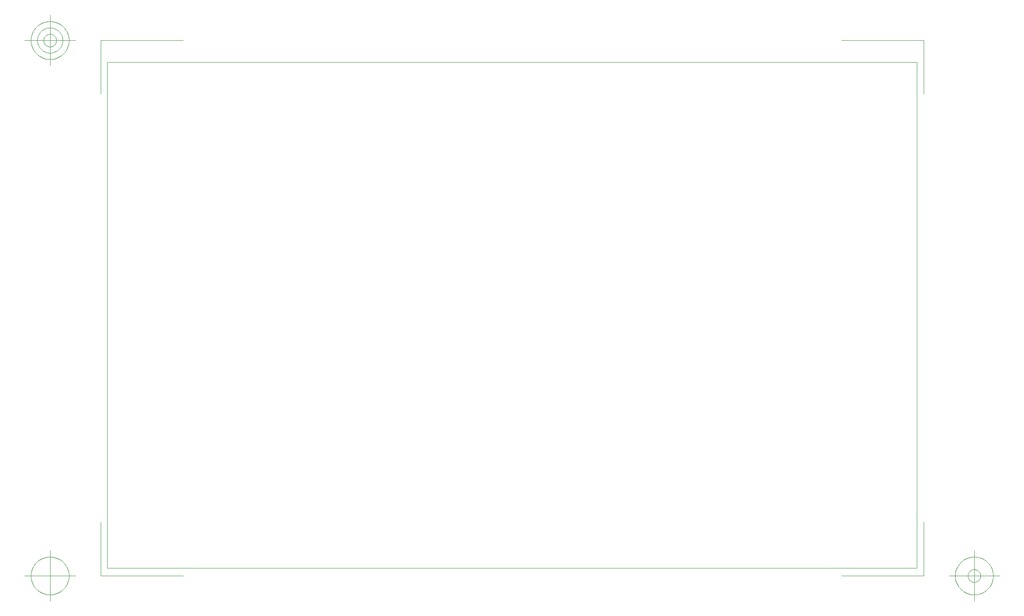
<source format=gbr>
G04 Generated by Ultiboard 10.0 *
%FSLAX25Y25*%
%MOIN*%

%ADD23C,0.00004*%
%ADD22C,0.00394*%


G04 ColorRGB 00FFFF for the following layer *
%LNLeiterplattenumriss*%
%LPD*%
%FSLAX25Y25*%
%MOIN*%
G54D23*
X0Y0D02*
X629921Y0D01*
X629921Y0D02*
X629921Y393701D01*
X629921Y393701D02*
X0Y393701D01*
X0Y393701D02*
X0Y0D01*
G54D22*
X-5000Y-6000D02*
X-5000Y35666D01*
X-5000Y-6000D02*
X59000Y-6000D01*
X635000Y-6000D02*
X571000Y-6000D01*
X635000Y-6000D02*
X635000Y35666D01*
X635000Y410656D02*
X635000Y368991D01*
X635000Y410656D02*
X571000Y410656D01*
X-5000Y410656D02*
X59000Y410656D01*
X-5000Y410656D02*
X-5000Y368991D01*
X-24685Y-6000D02*
X-64055Y-6000D01*
X-44370Y-25685D02*
X-44370Y13685D01*
X-29606Y-6000D02*
X-29677Y-4553D01*
X-29677Y-4553D02*
X-29890Y-3120D01*
X-29890Y-3120D02*
X-30242Y-1714D01*
X-30242Y-1714D02*
X-30730Y-350D01*
X-30730Y-350D02*
X-31350Y960D01*
X-31350Y960D02*
X-32094Y2202D01*
X-32094Y2202D02*
X-32958Y3366D01*
X-32958Y3366D02*
X-33931Y4440D01*
X-33931Y4440D02*
X-35004Y5413D01*
X-35004Y5413D02*
X-36168Y6276D01*
X-36168Y6276D02*
X-37410Y7020D01*
X-37410Y7020D02*
X-38720Y7640D01*
X-38720Y7640D02*
X-40084Y8128D01*
X-40084Y8128D02*
X-41490Y8480D01*
X-41490Y8480D02*
X-42923Y8693D01*
X-42923Y8693D02*
X-44370Y8764D01*
X-44370Y8764D02*
X-45817Y8693D01*
X-45817Y8693D02*
X-47250Y8480D01*
X-47250Y8480D02*
X-48656Y8128D01*
X-48656Y8128D02*
X-50020Y7640D01*
X-50020Y7640D02*
X-51330Y7020D01*
X-51330Y7020D02*
X-52572Y6276D01*
X-52572Y6276D02*
X-53736Y5413D01*
X-53736Y5413D02*
X-54810Y4440D01*
X-54810Y4440D02*
X-55783Y3366D01*
X-55783Y3366D02*
X-56646Y2202D01*
X-56646Y2202D02*
X-57391Y960D01*
X-57391Y960D02*
X-58010Y-350D01*
X-58010Y-350D02*
X-58498Y-1714D01*
X-58498Y-1714D02*
X-58850Y-3120D01*
X-58850Y-3120D02*
X-59063Y-4553D01*
X-59063Y-4553D02*
X-59134Y-6000D01*
X-59134Y-6000D02*
X-59063Y-7447D01*
X-59063Y-7447D02*
X-58850Y-8880D01*
X-58850Y-8880D02*
X-58498Y-10286D01*
X-58498Y-10286D02*
X-58010Y-11650D01*
X-58010Y-11650D02*
X-57391Y-12960D01*
X-57391Y-12960D02*
X-56646Y-14202D01*
X-56646Y-14202D02*
X-55783Y-15366D01*
X-55783Y-15366D02*
X-54810Y-16440D01*
X-54810Y-16440D02*
X-53736Y-17413D01*
X-53736Y-17413D02*
X-52572Y-18276D01*
X-52572Y-18276D02*
X-51330Y-19020D01*
X-51330Y-19020D02*
X-50020Y-19640D01*
X-50020Y-19640D02*
X-48656Y-20128D01*
X-48656Y-20128D02*
X-47250Y-20480D01*
X-47250Y-20480D02*
X-45817Y-20693D01*
X-45817Y-20693D02*
X-44370Y-20764D01*
X-44370Y-20764D02*
X-42923Y-20693D01*
X-42923Y-20693D02*
X-41490Y-20480D01*
X-41490Y-20480D02*
X-40084Y-20128D01*
X-40084Y-20128D02*
X-38720Y-19640D01*
X-38720Y-19640D02*
X-37410Y-19020D01*
X-37410Y-19020D02*
X-36168Y-18276D01*
X-36168Y-18276D02*
X-35004Y-17413D01*
X-35004Y-17413D02*
X-33931Y-16440D01*
X-33931Y-16440D02*
X-32958Y-15366D01*
X-32958Y-15366D02*
X-32094Y-14202D01*
X-32094Y-14202D02*
X-31350Y-12960D01*
X-31350Y-12960D02*
X-30730Y-11650D01*
X-30730Y-11650D02*
X-30242Y-10286D01*
X-30242Y-10286D02*
X-29890Y-8880D01*
X-29890Y-8880D02*
X-29677Y-7447D01*
X-29677Y-7447D02*
X-29606Y-6000D01*
X654685Y-6000D02*
X694055Y-6000D01*
X674370Y-25685D02*
X674370Y13685D01*
X689134Y-6000D02*
X689063Y-4553D01*
X689063Y-4553D02*
X688850Y-3120D01*
X688850Y-3120D02*
X688498Y-1714D01*
X688498Y-1714D02*
X688010Y-350D01*
X688010Y-350D02*
X687391Y960D01*
X687391Y960D02*
X686646Y2202D01*
X686646Y2202D02*
X685783Y3366D01*
X685783Y3366D02*
X684810Y4440D01*
X684810Y4440D02*
X683736Y5413D01*
X683736Y5413D02*
X682572Y6276D01*
X682572Y6276D02*
X681330Y7020D01*
X681330Y7020D02*
X680020Y7640D01*
X680020Y7640D02*
X678656Y8128D01*
X678656Y8128D02*
X677250Y8480D01*
X677250Y8480D02*
X675817Y8693D01*
X675817Y8693D02*
X674370Y8764D01*
X674370Y8764D02*
X672923Y8693D01*
X672923Y8693D02*
X671490Y8480D01*
X671490Y8480D02*
X670084Y8128D01*
X670084Y8128D02*
X668720Y7640D01*
X668720Y7640D02*
X667410Y7020D01*
X667410Y7020D02*
X666168Y6276D01*
X666168Y6276D02*
X665004Y5413D01*
X665004Y5413D02*
X663931Y4440D01*
X663931Y4440D02*
X662958Y3366D01*
X662958Y3366D02*
X662094Y2202D01*
X662094Y2202D02*
X661350Y960D01*
X661350Y960D02*
X660730Y-350D01*
X660730Y-350D02*
X660242Y-1714D01*
X660242Y-1714D02*
X659890Y-3120D01*
X659890Y-3120D02*
X659677Y-4553D01*
X659677Y-4553D02*
X659606Y-6000D01*
X659606Y-6000D02*
X659677Y-7447D01*
X659677Y-7447D02*
X659890Y-8880D01*
X659890Y-8880D02*
X660242Y-10286D01*
X660242Y-10286D02*
X660730Y-11650D01*
X660730Y-11650D02*
X661350Y-12960D01*
X661350Y-12960D02*
X662094Y-14202D01*
X662094Y-14202D02*
X662958Y-15366D01*
X662958Y-15366D02*
X663931Y-16440D01*
X663931Y-16440D02*
X665004Y-17413D01*
X665004Y-17413D02*
X666168Y-18276D01*
X666168Y-18276D02*
X667410Y-19020D01*
X667410Y-19020D02*
X668720Y-19640D01*
X668720Y-19640D02*
X670084Y-20128D01*
X670084Y-20128D02*
X671490Y-20480D01*
X671490Y-20480D02*
X672923Y-20693D01*
X672923Y-20693D02*
X674370Y-20764D01*
X674370Y-20764D02*
X675817Y-20693D01*
X675817Y-20693D02*
X677250Y-20480D01*
X677250Y-20480D02*
X678656Y-20128D01*
X678656Y-20128D02*
X680020Y-19640D01*
X680020Y-19640D02*
X681330Y-19020D01*
X681330Y-19020D02*
X682572Y-18276D01*
X682572Y-18276D02*
X683736Y-17413D01*
X683736Y-17413D02*
X684810Y-16440D01*
X684810Y-16440D02*
X685783Y-15366D01*
X685783Y-15366D02*
X686646Y-14202D01*
X686646Y-14202D02*
X687391Y-12960D01*
X687391Y-12960D02*
X688010Y-11650D01*
X688010Y-11650D02*
X688498Y-10286D01*
X688498Y-10286D02*
X688850Y-8880D01*
X688850Y-8880D02*
X689063Y-7447D01*
X689063Y-7447D02*
X689134Y-6000D01*
X679291Y-6000D02*
X679268Y-5518D01*
X679268Y-5518D02*
X679197Y-5040D01*
X679197Y-5040D02*
X679079Y-4571D01*
X679079Y-4571D02*
X678917Y-4117D01*
X678917Y-4117D02*
X678710Y-3680D01*
X678710Y-3680D02*
X678462Y-3266D01*
X678462Y-3266D02*
X678174Y-2878D01*
X678174Y-2878D02*
X677850Y-2520D01*
X677850Y-2520D02*
X677492Y-2196D01*
X677492Y-2196D02*
X677104Y-1908D01*
X677104Y-1908D02*
X676690Y-1660D01*
X676690Y-1660D02*
X676253Y-1453D01*
X676253Y-1453D02*
X675799Y-1291D01*
X675799Y-1291D02*
X675330Y-1173D01*
X675330Y-1173D02*
X674852Y-1102D01*
X674852Y-1102D02*
X674370Y-1079D01*
X674370Y-1079D02*
X673888Y-1102D01*
X673888Y-1102D02*
X673410Y-1173D01*
X673410Y-1173D02*
X672942Y-1291D01*
X672942Y-1291D02*
X672487Y-1453D01*
X672487Y-1453D02*
X672050Y-1660D01*
X672050Y-1660D02*
X671636Y-1908D01*
X671636Y-1908D02*
X671248Y-2196D01*
X671248Y-2196D02*
X670890Y-2520D01*
X670890Y-2520D02*
X670566Y-2878D01*
X670566Y-2878D02*
X670278Y-3266D01*
X670278Y-3266D02*
X670030Y-3680D01*
X670030Y-3680D02*
X669823Y-4117D01*
X669823Y-4117D02*
X669661Y-4571D01*
X669661Y-4571D02*
X669543Y-5040D01*
X669543Y-5040D02*
X669473Y-5518D01*
X669473Y-5518D02*
X669449Y-6000D01*
X669449Y-6000D02*
X669473Y-6482D01*
X669473Y-6482D02*
X669543Y-6960D01*
X669543Y-6960D02*
X669661Y-7429D01*
X669661Y-7429D02*
X669823Y-7883D01*
X669823Y-7883D02*
X670030Y-8320D01*
X670030Y-8320D02*
X670278Y-8734D01*
X670278Y-8734D02*
X670566Y-9122D01*
X670566Y-9122D02*
X670890Y-9480D01*
X670890Y-9480D02*
X671248Y-9804D01*
X671248Y-9804D02*
X671636Y-10092D01*
X671636Y-10092D02*
X672050Y-10340D01*
X672050Y-10340D02*
X672487Y-10547D01*
X672487Y-10547D02*
X672942Y-10709D01*
X672942Y-10709D02*
X673410Y-10827D01*
X673410Y-10827D02*
X673888Y-10898D01*
X673888Y-10898D02*
X674370Y-10921D01*
X674370Y-10921D02*
X674852Y-10898D01*
X674852Y-10898D02*
X675330Y-10827D01*
X675330Y-10827D02*
X675799Y-10709D01*
X675799Y-10709D02*
X676253Y-10547D01*
X676253Y-10547D02*
X676690Y-10340D01*
X676690Y-10340D02*
X677104Y-10092D01*
X677104Y-10092D02*
X677492Y-9804D01*
X677492Y-9804D02*
X677850Y-9480D01*
X677850Y-9480D02*
X678174Y-9122D01*
X678174Y-9122D02*
X678462Y-8734D01*
X678462Y-8734D02*
X678710Y-8320D01*
X678710Y-8320D02*
X678917Y-7883D01*
X678917Y-7883D02*
X679079Y-7429D01*
X679079Y-7429D02*
X679197Y-6960D01*
X679197Y-6960D02*
X679268Y-6482D01*
X679268Y-6482D02*
X679291Y-6000D01*
X-24685Y410656D02*
X-64055Y410656D01*
X-44370Y390971D02*
X-44370Y430341D01*
X-29606Y410656D02*
X-29677Y412103D01*
X-29677Y412103D02*
X-29890Y413536D01*
X-29890Y413536D02*
X-30242Y414942D01*
X-30242Y414942D02*
X-30730Y416306D01*
X-30730Y416306D02*
X-31350Y417616D01*
X-31350Y417616D02*
X-32094Y418858D01*
X-32094Y418858D02*
X-32958Y420022D01*
X-32958Y420022D02*
X-33931Y421096D01*
X-33931Y421096D02*
X-35004Y422069D01*
X-35004Y422069D02*
X-36168Y422932D01*
X-36168Y422932D02*
X-37410Y423677D01*
X-37410Y423677D02*
X-38720Y424296D01*
X-38720Y424296D02*
X-40084Y424784D01*
X-40084Y424784D02*
X-41490Y425136D01*
X-41490Y425136D02*
X-42923Y425349D01*
X-42923Y425349D02*
X-44370Y425420D01*
X-44370Y425420D02*
X-45817Y425349D01*
X-45817Y425349D02*
X-47250Y425136D01*
X-47250Y425136D02*
X-48656Y424784D01*
X-48656Y424784D02*
X-50020Y424296D01*
X-50020Y424296D02*
X-51330Y423677D01*
X-51330Y423677D02*
X-52572Y422932D01*
X-52572Y422932D02*
X-53736Y422069D01*
X-53736Y422069D02*
X-54810Y421096D01*
X-54810Y421096D02*
X-55783Y420022D01*
X-55783Y420022D02*
X-56646Y418858D01*
X-56646Y418858D02*
X-57391Y417616D01*
X-57391Y417616D02*
X-58010Y416306D01*
X-58010Y416306D02*
X-58498Y414942D01*
X-58498Y414942D02*
X-58850Y413536D01*
X-58850Y413536D02*
X-59063Y412103D01*
X-59063Y412103D02*
X-59134Y410656D01*
X-59134Y410656D02*
X-59063Y409209D01*
X-59063Y409209D02*
X-58850Y407776D01*
X-58850Y407776D02*
X-58498Y406370D01*
X-58498Y406370D02*
X-58010Y405006D01*
X-58010Y405006D02*
X-57391Y403697D01*
X-57391Y403697D02*
X-56646Y402454D01*
X-56646Y402454D02*
X-55783Y401290D01*
X-55783Y401290D02*
X-54810Y400217D01*
X-54810Y400217D02*
X-53736Y399244D01*
X-53736Y399244D02*
X-52572Y398381D01*
X-52572Y398381D02*
X-51330Y397636D01*
X-51330Y397636D02*
X-50020Y397016D01*
X-50020Y397016D02*
X-48656Y396528D01*
X-48656Y396528D02*
X-47250Y396176D01*
X-47250Y396176D02*
X-45817Y395963D01*
X-45817Y395963D02*
X-44370Y395892D01*
X-44370Y395892D02*
X-42923Y395963D01*
X-42923Y395963D02*
X-41490Y396176D01*
X-41490Y396176D02*
X-40084Y396528D01*
X-40084Y396528D02*
X-38720Y397016D01*
X-38720Y397016D02*
X-37410Y397636D01*
X-37410Y397636D02*
X-36168Y398381D01*
X-36168Y398381D02*
X-35004Y399244D01*
X-35004Y399244D02*
X-33931Y400217D01*
X-33931Y400217D02*
X-32958Y401290D01*
X-32958Y401290D02*
X-32094Y402454D01*
X-32094Y402454D02*
X-31350Y403697D01*
X-31350Y403697D02*
X-30730Y405006D01*
X-30730Y405006D02*
X-30242Y406370D01*
X-30242Y406370D02*
X-29890Y407776D01*
X-29890Y407776D02*
X-29677Y409209D01*
X-29677Y409209D02*
X-29606Y410656D01*
X-34528Y410656D02*
X-34575Y411621D01*
X-34575Y411621D02*
X-34717Y412576D01*
X-34717Y412576D02*
X-34951Y413513D01*
X-34951Y413513D02*
X-35277Y414423D01*
X-35277Y414423D02*
X-35690Y415296D01*
X-35690Y415296D02*
X-36186Y416124D01*
X-36186Y416124D02*
X-36762Y416900D01*
X-36762Y416900D02*
X-37410Y417616D01*
X-37410Y417616D02*
X-38126Y418265D01*
X-38126Y418265D02*
X-38902Y418840D01*
X-38902Y418840D02*
X-39730Y419336D01*
X-39730Y419336D02*
X-40604Y419749D01*
X-40604Y419749D02*
X-41513Y420075D01*
X-41513Y420075D02*
X-42450Y420310D01*
X-42450Y420310D02*
X-43405Y420451D01*
X-43405Y420451D02*
X-44370Y420499D01*
X-44370Y420499D02*
X-45335Y420451D01*
X-45335Y420451D02*
X-46290Y420310D01*
X-46290Y420310D02*
X-47227Y420075D01*
X-47227Y420075D02*
X-48137Y419749D01*
X-48137Y419749D02*
X-49010Y419336D01*
X-49010Y419336D02*
X-49838Y418840D01*
X-49838Y418840D02*
X-50614Y418265D01*
X-50614Y418265D02*
X-51330Y417616D01*
X-51330Y417616D02*
X-51978Y416900D01*
X-51978Y416900D02*
X-52554Y416124D01*
X-52554Y416124D02*
X-53050Y415296D01*
X-53050Y415296D02*
X-53463Y414423D01*
X-53463Y414423D02*
X-53789Y413513D01*
X-53789Y413513D02*
X-54023Y412576D01*
X-54023Y412576D02*
X-54165Y411621D01*
X-54165Y411621D02*
X-54213Y410656D01*
X-54213Y410656D02*
X-54165Y409691D01*
X-54165Y409691D02*
X-54023Y408736D01*
X-54023Y408736D02*
X-53789Y407799D01*
X-53789Y407799D02*
X-53463Y406890D01*
X-53463Y406890D02*
X-53050Y406016D01*
X-53050Y406016D02*
X-52554Y405188D01*
X-52554Y405188D02*
X-51978Y404412D01*
X-51978Y404412D02*
X-51330Y403696D01*
X-51330Y403696D02*
X-50614Y403048D01*
X-50614Y403048D02*
X-49838Y402472D01*
X-49838Y402472D02*
X-49010Y401976D01*
X-49010Y401976D02*
X-48137Y401563D01*
X-48137Y401563D02*
X-47227Y401237D01*
X-47227Y401237D02*
X-46290Y401003D01*
X-46290Y401003D02*
X-45335Y400861D01*
X-45335Y400861D02*
X-44370Y400814D01*
X-44370Y400814D02*
X-43405Y400861D01*
X-43405Y400861D02*
X-42450Y401003D01*
X-42450Y401003D02*
X-41513Y401237D01*
X-41513Y401237D02*
X-40604Y401563D01*
X-40604Y401563D02*
X-39730Y401976D01*
X-39730Y401976D02*
X-38902Y402472D01*
X-38902Y402472D02*
X-38126Y403048D01*
X-38126Y403048D02*
X-37410Y403696D01*
X-37410Y403696D02*
X-36762Y404412D01*
X-36762Y404412D02*
X-36186Y405188D01*
X-36186Y405188D02*
X-35690Y406016D01*
X-35690Y406016D02*
X-35277Y406890D01*
X-35277Y406890D02*
X-34951Y407799D01*
X-34951Y407799D02*
X-34717Y408736D01*
X-34717Y408736D02*
X-34575Y409691D01*
X-34575Y409691D02*
X-34528Y410656D01*
X-39449Y410656D02*
X-39473Y411139D01*
X-39473Y411139D02*
X-39543Y411616D01*
X-39543Y411616D02*
X-39661Y412085D01*
X-39661Y412085D02*
X-39823Y412539D01*
X-39823Y412539D02*
X-40030Y412976D01*
X-40030Y412976D02*
X-40278Y413390D01*
X-40278Y413390D02*
X-40566Y413778D01*
X-40566Y413778D02*
X-40890Y414136D01*
X-40890Y414136D02*
X-41248Y414460D01*
X-41248Y414460D02*
X-41636Y414748D01*
X-41636Y414748D02*
X-42050Y414996D01*
X-42050Y414996D02*
X-42487Y415203D01*
X-42487Y415203D02*
X-42942Y415366D01*
X-42942Y415366D02*
X-43410Y415483D01*
X-43410Y415483D02*
X-43888Y415554D01*
X-43888Y415554D02*
X-44370Y415577D01*
X-44370Y415577D02*
X-44852Y415554D01*
X-44852Y415554D02*
X-45330Y415483D01*
X-45330Y415483D02*
X-45799Y415366D01*
X-45799Y415366D02*
X-46253Y415203D01*
X-46253Y415203D02*
X-46690Y414996D01*
X-46690Y414996D02*
X-47104Y414748D01*
X-47104Y414748D02*
X-47492Y414460D01*
X-47492Y414460D02*
X-47850Y414136D01*
X-47850Y414136D02*
X-48174Y413778D01*
X-48174Y413778D02*
X-48462Y413390D01*
X-48462Y413390D02*
X-48710Y412976D01*
X-48710Y412976D02*
X-48917Y412539D01*
X-48917Y412539D02*
X-49079Y412085D01*
X-49079Y412085D02*
X-49197Y411616D01*
X-49197Y411616D02*
X-49268Y411139D01*
X-49268Y411139D02*
X-49291Y410656D01*
X-49291Y410656D02*
X-49268Y410174D01*
X-49268Y410174D02*
X-49197Y409696D01*
X-49197Y409696D02*
X-49079Y409228D01*
X-49079Y409228D02*
X-48917Y408773D01*
X-48917Y408773D02*
X-48710Y408336D01*
X-48710Y408336D02*
X-48462Y407922D01*
X-48462Y407922D02*
X-48174Y407534D01*
X-48174Y407534D02*
X-47850Y407176D01*
X-47850Y407176D02*
X-47492Y406852D01*
X-47492Y406852D02*
X-47104Y406564D01*
X-47104Y406564D02*
X-46690Y406316D01*
X-46690Y406316D02*
X-46253Y406110D01*
X-46253Y406110D02*
X-45799Y405947D01*
X-45799Y405947D02*
X-45330Y405829D01*
X-45330Y405829D02*
X-44852Y405759D01*
X-44852Y405759D02*
X-44370Y405735D01*
X-44370Y405735D02*
X-43888Y405759D01*
X-43888Y405759D02*
X-43410Y405829D01*
X-43410Y405829D02*
X-42942Y405947D01*
X-42942Y405947D02*
X-42487Y406110D01*
X-42487Y406110D02*
X-42050Y406316D01*
X-42050Y406316D02*
X-41636Y406564D01*
X-41636Y406564D02*
X-41248Y406852D01*
X-41248Y406852D02*
X-40890Y407176D01*
X-40890Y407176D02*
X-40566Y407534D01*
X-40566Y407534D02*
X-40278Y407922D01*
X-40278Y407922D02*
X-40030Y408336D01*
X-40030Y408336D02*
X-39823Y408773D01*
X-39823Y408773D02*
X-39661Y409228D01*
X-39661Y409228D02*
X-39543Y409696D01*
X-39543Y409696D02*
X-39473Y410174D01*
X-39473Y410174D02*
X-39449Y410656D01*

M00*

</source>
